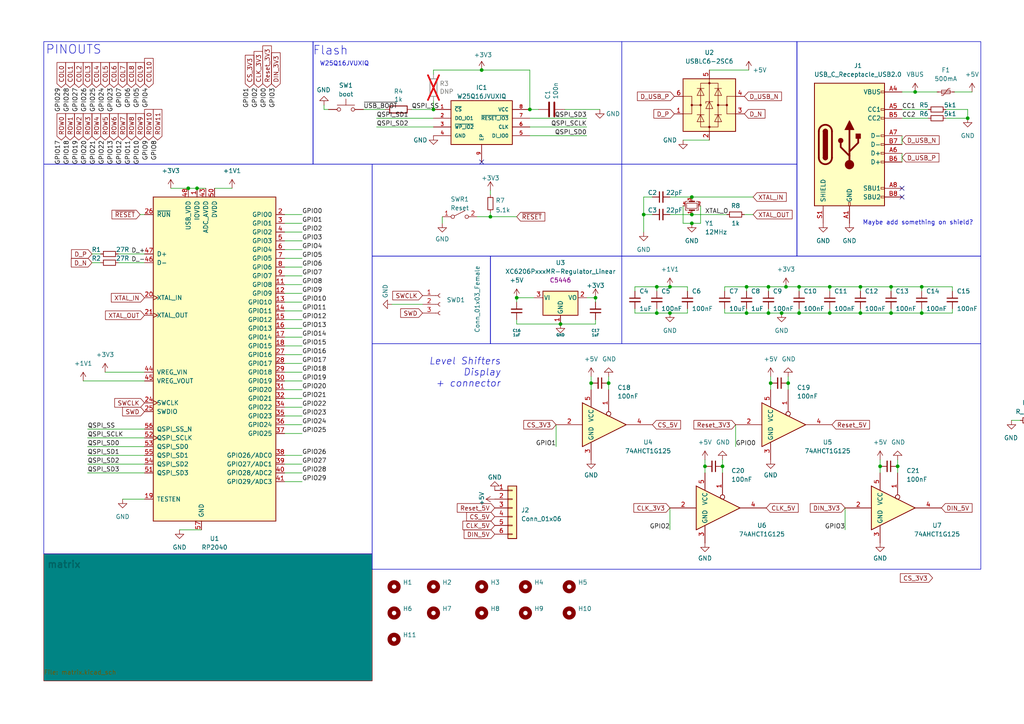
<source format=kicad_sch>
(kicad_sch (version 20231120) (generator "eeschema") (generator_version "8.0")
  (paper "A4")
  (junction (at 223.52 111.125))
  (junction (at 240.665 83.185))
  (junction (at 255.27 135.255))
  (junction (at 54.61 54.61))
  (junction (at 231.775 83.185))
  (junction (at 186.69 62.23))
  (junction (at 226.695 90.805))
  (junction (at 227.965 83.185))
  (junction (at 153.67 31.75))
  (junction (at 267.335 83.185))
  (junction (at 171.45 111.125))
  (junction (at 228.6 111.125))
  (junction (at 249.555 83.185))
  (junction (at 125.73 31.75))
  (junction (at 200.66 64.77))
  (junction (at 190.5 90.805))
  (junction (at 194.31 90.805))
  (junction (at 249.555 90.805))
  (junction (at 231.775 90.805))
  (junction (at 260.35 135.255))
  (junction (at 57.15 54.61))
  (junction (at 222.885 83.185))
  (junction (at 258.445 83.185))
  (junction (at 258.445 90.805))
  (junction (at 216.535 90.805))
  (junction (at 176.53 111.125))
  (junction (at 139.7 20.32))
  (junction (at 265.43 26.67))
  (junction (at 200.66 57.15))
  (junction (at 162.56 93.98) (diameter 0.9144))
  (junction (at 194.31 83.185))
  (junction (at 216.535 83.185))
  (junction (at 209.55 135.255))
  (junction (at 240.665 90.805))
  (junction (at 142.24 62.865))
  (junction (at 267.335 90.805))
  (junction (at 190.5 83.185))
  (junction (at 280.67 34.29))
  (junction (at 200.66 62.23))
  (junction (at 204.47 135.255))
  (junction (at 172.72 86.36) (diameter 0.9144))
  (junction (at 149.86 86.36) (diameter 0.9144))
  (junction (at 222.885 90.805))
  (no_connect (at 261.62 54.61))
  (no_connect (at 261.62 57.15))
  (no_connect (at 139.7 46.99))
  (wire (pts (xy 194.31 57.15) (xy 200.66 57.15)))
  (wire (pts (xy 261.62 31.75) (xy 269.24 31.75)))
  (wire (pts (xy 82.55 92.71) (xy 87.63 92.71)))
  (wire (pts (xy 240.665 83.185) (xy 240.665 84.455)))
  (wire (pts (xy 186.69 62.23) (xy 186.69 67.31)))
  (wire (pts (xy 153.67 20.32) (xy 153.67 31.75)))
  (wire (pts (xy 82.55 69.85) (xy 87.63 69.85)))
  (wire (pts (xy 171.45 111.125) (xy 171.45 113.03)))
  (wire (pts (xy 62.23 54.61) (xy 67.31 54.61)))
  (wire (pts (xy 184.15 83.185) (xy 184.15 84.455)))
  (wire (pts (xy 260.35 133.35) (xy 260.35 135.255)))
  (wire (pts (xy 82.55 64.77) (xy 87.63 64.77)))
  (wire (pts (xy 119.38 31.75) (xy 125.73 31.75)))
  (wire (pts (xy 210.185 83.185) (xy 216.535 83.185)))
  (wire (pts (xy 200.66 57.15) (xy 218.44 57.15)))
  (wire (pts (xy 261.62 44.45) (xy 261.62 46.99)))
  (wire (pts (xy 280.67 31.75) (xy 280.67 34.29)))
  (wire (pts (xy 149.86 86.36) (xy 154.94 86.36)))
  (wire (pts (xy 54.61 54.61) (xy 57.15 54.61)))
  (wire (pts (xy 203.2 64.77) (xy 200.66 64.77)))
  (wire (pts (xy 153.67 34.29) (xy 170.18 34.29)))
  (wire (pts (xy 142.24 55.245) (xy 142.24 56.515)))
  (wire (pts (xy 190.5 83.185) (xy 190.5 84.455)))
  (wire (pts (xy 125.73 20.32) (xy 139.7 20.32)))
  (wire (pts (xy 194.31 83.185) (xy 190.5 83.185)))
  (wire (pts (xy 125.73 20.32) (xy 125.73 21.59)))
  (wire (pts (xy 199.39 90.805) (xy 199.39 89.535)))
  (wire (pts (xy 82.55 82.55) (xy 87.63 82.55)))
  (wire (pts (xy 30.48 107.95) (xy 41.91 107.95)))
  (wire (pts (xy 190.5 83.185) (xy 184.15 83.185)))
  (wire (pts (xy 213.36 123.19) (xy 213.36 129.54)))
  (wire (pts (xy 173.99 31.75) (xy 163.83 31.75)))
  (wire (pts (xy 245.11 147.32) (xy 245.11 153.67)))
  (wire (pts (xy 149.86 92.71) (xy 149.86 93.98)))
  (wire (pts (xy 222.885 83.185) (xy 216.535 83.185)))
  (wire (pts (xy 170.18 36.83) (xy 153.67 36.83)))
  (wire (pts (xy 162.56 93.98) (xy 172.72 93.98)))
  (wire (pts (xy 162.56 93.98) (xy 149.86 93.98)))
  (wire (pts (xy 82.55 105.41) (xy 87.63 105.41)))
  (wire (pts (xy 258.445 83.185) (xy 258.445 84.455)))
  (wire (pts (xy 156.21 31.75) (xy 153.67 31.75)))
  (wire (pts (xy 210.185 90.805) (xy 216.535 90.805)))
  (wire (pts (xy 87.63 115.57) (xy 82.55 115.57)))
  (wire (pts (xy 209.55 133.35) (xy 209.55 135.255)))
  (wire (pts (xy 82.55 97.79) (xy 87.63 97.79)))
  (wire (pts (xy 190.5 89.535) (xy 190.5 90.805)))
  (wire (pts (xy 125.73 34.29) (xy 109.22 34.29)))
  (wire (pts (xy 226.695 90.805) (xy 231.775 90.805)))
  (wire (pts (xy 258.445 83.185) (xy 267.335 83.185)))
  (wire (pts (xy 249.555 83.185) (xy 258.445 83.185)))
  (wire (pts (xy 35.56 144.78) (xy 41.91 144.78)))
  (wire (pts (xy 25.4 124.46) (xy 41.91 124.46)))
  (wire (pts (xy 170.18 86.36) (xy 172.72 86.36)))
  (wire (pts (xy 139.7 20.32) (xy 153.67 20.32)))
  (wire (pts (xy 261.62 26.67) (xy 265.43 26.67)))
  (wire (pts (xy 209.55 135.255) (xy 209.55 137.16)))
  (wire (pts (xy 176.53 109.22) (xy 176.53 111.125)))
  (wire (pts (xy 255.27 135.255) (xy 255.27 137.16)))
  (wire (pts (xy 82.55 80.01) (xy 87.63 80.01)))
  (wire (pts (xy 311.15 129.54) (xy 311.15 127)))
  (wire (pts (xy 25.4 127) (xy 41.91 127)))
  (wire (pts (xy 87.63 125.73) (xy 82.55 125.73)))
  (wire (pts (xy 222.885 90.805) (xy 226.695 90.805)))
  (wire (pts (xy 293.37 121.92) (xy 295.91 121.92)))
  (wire (pts (xy 95.25 31.75) (xy 93.98 31.75)))
  (wire (pts (xy 194.31 90.805) (xy 199.39 90.805)))
  (wire (pts (xy 172.72 86.36) (xy 172.72 87.63)))
  (wire (pts (xy 276.225 90.805) (xy 276.225 89.535)))
  (wire (pts (xy 171.45 109.22) (xy 171.45 111.125)))
  (wire (pts (xy 153.67 39.37) (xy 170.18 39.37)))
  (wire (pts (xy 228.6 109.22) (xy 228.6 111.125)))
  (wire (pts (xy 198.12 64.77) (xy 200.66 64.77)))
  (wire (pts (xy 125.73 29.21) (xy 125.73 31.75)))
  (wire (pts (xy 198.12 40.64) (xy 205.74 40.64)))
  (wire (pts (xy 231.775 83.185) (xy 240.665 83.185)))
  (wire (pts (xy 200.66 62.23) (xy 210.82 62.23)))
  (wire (pts (xy 274.32 31.75) (xy 280.67 31.75)))
  (wire (pts (xy 210.185 84.455) (xy 210.185 83.185)))
  (wire (pts (xy 41.91 137.16) (xy 25.4 137.16)))
  (wire (pts (xy 223.52 109.22) (xy 223.52 111.125)))
  (wire (pts (xy 34.29 76.2) (xy 41.91 76.2)))
  (wire (pts (xy 82.55 100.33) (xy 87.63 100.33)))
  (wire (pts (xy 194.31 62.23) (xy 200.66 62.23)))
  (wire (pts (xy 231.775 90.805) (xy 240.665 90.805)))
  (wire (pts (xy 255.27 133.35) (xy 255.27 135.255)))
  (wire (pts (xy 186.69 57.15) (xy 186.69 62.23)))
  (wire (pts (xy 267.335 83.185) (xy 276.225 83.185)))
  (wire (pts (xy 87.63 137.16) (xy 82.55 137.16)))
  (wire (pts (xy 267.335 90.805) (xy 276.225 90.805)))
  (wire (pts (xy 194.31 147.32) (xy 194.31 153.67)))
  (wire (pts (xy 205.74 20.32) (xy 217.17 20.32)))
  (wire (pts (xy 87.63 132.08) (xy 82.55 132.08)))
  (wire (pts (xy 204.47 135.255) (xy 204.47 137.16)))
  (wire (pts (xy 49.53 54.61) (xy 54.61 54.61)))
  (wire (pts (xy 82.55 87.63) (xy 87.63 87.63)))
  (wire (pts (xy 41.91 132.08) (xy 25.4 132.08)))
  (wire (pts (xy 198.12 59.69) (xy 198.12 64.77)))
  (wire (pts (xy 128.27 64.77) (xy 128.27 62.865)))
  (wire (pts (xy 26.67 76.2) (xy 29.21 76.2)))
  (wire (pts (xy 267.335 83.185) (xy 267.335 84.455)))
  (wire (pts (xy 249.555 83.185) (xy 249.555 84.455)))
  (wire (pts (xy 82.55 102.87) (xy 87.63 102.87)))
  (wire (pts (xy 87.63 139.7) (xy 82.55 139.7)))
  (wire (pts (xy 300.99 121.92) (xy 303.53 121.92)))
  (wire (pts (xy 82.55 95.25) (xy 87.63 95.25)))
  (wire (pts (xy 82.55 67.31) (xy 87.63 67.31)))
  (wire (pts (xy 149.86 86.36) (xy 149.86 87.63)))
  (wire (pts (xy 111.76 31.75) (xy 105.41 31.75)))
  (wire (pts (xy 240.665 90.805) (xy 249.555 90.805)))
  (wire (pts (xy 41.91 110.49) (xy 24.13 110.49)))
  (wire (pts (xy 57.15 54.61) (xy 59.69 54.61)))
  (wire (pts (xy 34.29 73.66) (xy 41.91 73.66)))
  (wire (pts (xy 125.73 36.83) (xy 109.22 36.83)))
  (wire (pts (xy 87.63 120.65) (xy 82.55 120.65)))
  (wire (pts (xy 227.965 83.185) (xy 231.775 83.185)))
  (wire (pts (xy 222.885 83.185) (xy 227.965 83.185)))
  (wire (pts (xy 87.63 118.11) (xy 82.55 118.11)))
  (wire (pts (xy 138.43 62.865) (xy 142.24 62.865)))
  (wire (pts (xy 82.55 74.93) (xy 87.63 74.93)))
  (wire (pts (xy 189.23 57.15) (xy 186.69 57.15)))
  (wire (pts (xy 265.43 26.67) (xy 271.78 26.67)))
  (wire (pts (xy 26.67 73.66) (xy 29.21 73.66)))
  (wire (pts (xy 258.445 89.535) (xy 258.445 90.805)))
  (wire (pts (xy 194.31 83.185) (xy 199.39 83.185)))
  (wire (pts (xy 311.15 114.3) (xy 311.15 116.84)))
  (wire (pts (xy 240.665 83.185) (xy 249.555 83.185)))
  (wire (pts (xy 222.885 83.185) (xy 222.885 84.455)))
  (wire (pts (xy 113.665 88.265) (xy 122.555 88.265)))
  (wire (pts (xy 87.63 134.62) (xy 82.55 134.62)))
  (wire (pts (xy 142.24 61.595) (xy 142.24 62.865)))
  (wire (pts (xy 216.535 89.535) (xy 216.535 90.805)))
  (wire (pts (xy 82.55 110.49) (xy 87.63 110.49)))
  (wire (pts (xy 82.55 72.39) (xy 87.63 72.39)))
  (wire (pts (xy 204.47 133.35) (xy 204.47 135.255)))
  (wire (pts (xy 52.07 153.67) (xy 58.42 153.67)))
  (wire (pts (xy 199.39 83.185) (xy 199.39 84.455)))
  (wire (pts (xy 240.665 90.805) (xy 240.665 89.535)))
  (wire (pts (xy 186.69 62.23) (xy 189.23 62.23)))
  (wire (pts (xy 82.55 77.47) (xy 87.63 77.47)))
  (wire (pts (xy 190.5 90.805) (xy 194.31 90.805)))
  (wire (pts (xy 87.63 123.19) (xy 82.55 123.19)))
  (wire (pts (xy 184.15 89.535) (xy 184.15 90.805)))
  (wire (pts (xy 215.9 62.23) (xy 218.44 62.23)))
  (wire (pts (xy 82.55 90.17) (xy 87.63 90.17)))
  (wire (pts (xy 261.62 39.37) (xy 261.62 41.91)))
  (wire (pts (xy 161.29 123.19) (xy 161.29 129.54)))
  (wire (pts (xy 203.2 59.69) (xy 203.2 64.77)))
  (wire (pts (xy 249.555 89.535) (xy 249.555 90.805)))
  (wire (pts (xy 267.335 90.805) (xy 267.335 89.535)))
  (wire (pts (xy 172.72 92.71) (xy 172.72 93.98)))
  (wire (pts (xy 216.535 90.805) (xy 222.885 90.805)))
  (wire (pts (xy 184.15 90.805) (xy 190.5 90.805)))
  (wire (pts (xy 231.775 90.805) (xy 231.775 89.535)))
  (wire (pts (xy 82.55 107.95) (xy 87.63 107.95)))
  (wire (pts (xy 82.55 62.23) (xy 87.63 62.23)))
  (wire (pts (xy 249.555 90.805) (xy 258.445 90.805)))
  (wire (pts (xy 142.24 62.865) (xy 149.86 62.865)))
  (wire (pts (xy 258.445 90.805) (xy 267.335 90.805)))
  (wire (pts (xy 276.86 26.67) (xy 281.94 26.67)))
  (wire (pts (xy 261.62 34.29) (xy 269.24 34.29)))
  (wire (pts (xy 93.98 31.75) (xy 93.98 30.48)))
  (wire (pts (xy 260.35 135.255) (xy 260.35 137.16)))
  (wire (pts (xy 41.91 134.62) (xy 25.4 134.62)))
  (wire (pts (xy 216.535 83.185) (xy 216.535 84.455)))
  (wire (pts (xy 41.91 129.54) (xy 25.4 129.54)))
  (wire (pts (xy 210.185 89.535) (xy 210.185 90.805)))
  (wire (pts (xy 274.32 34.29) (xy 280.67 34.29)))
  (wire (pts (xy 222.885 89.535) (xy 222.885 90.805)))
  (wire (pts (xy 87.63 113.03) (xy 82.55 113.03)))
  (wire (pts (xy 176.53 111.125) (xy 176.53 113.03)))
  (wire (pts (xy 40.64 62.23) (xy 41.91 62.23)))
  (wire (pts (xy 223.52 111.125) (xy 223.52 113.03)))
  (wire (pts (xy 276.225 83.185) (xy 276.225 84.455)))
  (wire (pts (xy 82.55 85.09) (xy 87.63 85.09)))
  (wire (pts (xy 228.6 111.125) (xy 228.6 113.03)))
  (wire (pts (xy 231.775 83.185) (xy 231.775 84.455)))
  (rectangle (start 12.7 47.625) (end 107.95 160.655))
  (rectangle (start 180.34 47.625) (end 231.14 74.295))
  (rectangle (start 90.805 12.065) (end 180.34 47.625))
  (rectangle (start 107.95 47.625) (end 180.34 74.295))
  (rectangle (start 180.34 12.065) (end 231.14 47.625))
  (rectangle (start 231.14 12.065) (end 284.48 74.295))
  (rectangle (start 12.7 12.065) (end 90.805 47.625))
  (rectangle (start 142.24 74.295) (end 180.34 99.695))
  (rectangle (start 180.34 74.295) (end 284.48 99.695))
  (rectangle (start 107.95 99.695) (end 284.48 165.1))
  (rectangle (start 107.95 74.295) (end 142.24 99.695))
  (text "Flash" (at 90.678 16.256 0) (effects (font (size 2.54 2.54)) (justify left bottom)))
  (text "W25Q16JVUXIQ" (at 92.71 19.304 0) (effects (font (size 1.27 1.27)) (justify left bottom)))
  (text "Level Shifters\nDisplay\n+ connector" (at 145.288 112.522 0) (effects (font (size 2 2) (italic yes)) (justify right bottom)))
  (text "PINOUTS" (at 13.208 16.002 0) (effects (font (size 2.54 2.54)) (justify left bottom)))
  (text "Maybe add something on shield?" (at 250.19 65.405 0) (effects (font (size 1.27 1.27)) (justify left bottom)))
  (label "GPIO29" (at 87.63 139.7 0))
  (label "GPIO12" (at 87.63 92.71 0))
  (label "GPIO14" (at 87.63 97.79 0))
  (label "GPIO9" (at 87.63 85.09 0))
  (label "GPIO25" (at 87.63 125.73 0))
  (label "GPIO26" (at 87.63 132.08 0))
  (label "GPIO8" (at 45.72 40.64 270))
  (label "GPIO12" (at 35.56 40.64 270))
  (label "QSPI_SS" (at 25.4 124.46 0))
  (label "GPIO21" (at 87.63 115.57 0))
  (label "GPIO26" (at 25.4 25.4 270))
  (label "CC1" (at 261.62 31.75 0))
  (label "~{USB_BOOT}" (at 105.41 31.75 0))
  (label "QSPI_SD3" (at 170.18 34.29 180))
  (label "GPIO3" (at 80.01 25.4 270))
  (label "GPIO9" (at 43.18 40.64 270))
  (label "GPIO13" (at 33.02 40.64 270))
  (label "GPIO11" (at 38.1 40.64 270))
  (label "GPIO22" (at 30.48 40.64 270))
  (label "GPIO2" (at 87.63 67.31 0))
  (label "QSPI_SD1" (at 25.4 132.08 0))
  (label "QSPI_SCLK" (at 170.18 36.83 180))
  (label "GPIO17" (at 17.78 40.64 270))
  (label "GPIO19" (at 87.63 110.49 0))
  (label "GPIO13" (at 87.63 95.25 0))
  (label "D_+" (at 38.1 73.66 0))
  (label "GPIO7" (at 35.56 25.4 270))
  (label "GPIO1" (at 161.29 129.54 180))
  (label "GPIO27" (at 22.86 25.4 270))
  (label "GPIO20" (at 25.4 40.64 270))
  (label "QSPI_SD3" (at 25.4 137.16 0))
  (label "GPIO8" (at 87.63 82.55 0))
  (label "GPIO6" (at 87.63 77.47 0))
  (label "GPIO27" (at 87.63 134.62 0))
  (label "GPIO1" (at 87.63 64.77 0))
  (label "GPIO16" (at 87.63 102.87 0))
  (label "GPIO25" (at 27.94 25.4 270))
  (label "GPIO3" (at 87.63 69.85 0))
  (label "GPIO0" (at 77.47 25.4 270))
  (label "GPIO5" (at 40.64 25.4 270))
  (label "GPIO18" (at 87.63 107.95 0))
  (label "GPIO20" (at 87.63 113.03 0))
  (label "GPIO28" (at 87.63 137.16 0))
  (label "GPIO29" (at 17.78 25.4 270))
  (label "QSPI_SD2" (at 109.22 36.83 0))
  (label "D_-" (at 38.1 76.2 0))
  (label "QSPI_SD0" (at 170.18 39.37 180))
  (label "GPIO2" (at 74.93 25.4 270))
  (label "GPIO22" (at 87.63 118.11 0))
  (label "GPIO10" (at 87.63 87.63 0))
  (label "GPIO0" (at 87.63 62.23 0))
  (label "QSPI_SCLK" (at 25.4 127 0))
  (label "GPIO24" (at 30.48 25.4 270))
  (label "GPIO6" (at 38.1 25.4 270))
  (label "GPIO15" (at 87.63 100.33 0))
  (label "GPIO18" (at 20.32 40.64 270))
  (label "XTAL_O" (at 204.47 62.23 0))
  (label "GPIO2" (at 194.31 153.67 180))
  (label "CC2" (at 261.62 34.29 0))
  (label "QSPI_SD2" (at 25.4 134.62 0))
  (label "QSPI_SD0" (at 25.4 129.54 0))
  (label "GPIO7" (at 87.63 80.01 0))
  (label "GPIO0" (at 213.36 129.54 0))
  (label "GPIO24" (at 87.63 123.19 0))
  (label "GPIO1" (at 72.39 25.4 270))
  (label "GPIO4" (at 43.18 25.4 270))
  (label "GPIO17" (at 87.63 105.41 0))
  (label "GPIO3" (at 245.11 153.67 180))
  (label "GPIO5" (at 87.63 74.93 0))
  (label "GPIO10" (at 40.64 40.64 270))
  (label "GPIO28" (at 20.32 25.4 270))
  (label "GPIO23" (at 87.63 120.65 0))
  (label "GPIO23" (at 33.02 25.4 270))
  (label "GPIO21" (at 27.94 40.64 270))
  (label "QSPI_SD1" (at 109.22 34.29 0))
  (label "GPIO4" (at 87.63 72.39 0))
  (label "GPIO19" (at 22.86 40.64 270))
  (label "QSPI_SS" (at 119.38 31.75 0))
  (label "GPIO11" (at 87.63 90.17 0))
  (global_label "XTAL_OUT" (shape input) (at 218.44 62.23 0) (property "Intersheetrefs" "${INTERSHEET_REFS}" (effects (hide yes))))
  (global_label "D_USB_P" (shape input) (at 261.62 45.72 0) (property "Intersheetrefs" "${INTERSHEET_REFS}" (effects (hide yes))))
  (global_label "ROW0" (shape input) (at 17.78 40.64 90) (property "Intersheetrefs" "${INTERSHEET_REFS}" (effects (hide yes))))
  (global_label "CLK_5V" (shape input) (at 143.51 152.4 180) (property "Intersheetrefs" "${INTERSHEET_REFS}" (effects (hide yes))))
  (global_label "CS_3V3" (shape input) (at 311.15 129.54 270) (property "Intersheetrefs" "${INTERSHEET_REFS}" (effects (hide yes))))
  (global_label "COL9" (shape input) (at 40.64 25.4 90) (property "Intersheetrefs" "${INTERSHEET_REFS}" (effects (hide yes))))
  (global_label "XTAL_IN" (shape input) (at 41.91 86.36 180) (property "Intersheetrefs" "${INTERSHEET_REFS}" (effects (hide yes))))
  (global_label "ROW10" (shape input) (at 43.18 40.64 90) (property "Intersheetrefs" "${INTERSHEET_REFS}" (effects (hide yes))))
  (global_label "COL0" (shape input) (at 17.78 25.4 90) (property "Intersheetrefs" "${INTERSHEET_REFS}" (effects (hide yes))))
  (global_label "Reset_5V" (shape input) (at 241.3 123.19 0) (property "Intersheetrefs" "${INTERSHEET_REFS}" (effects (hide yes))))
  (global_label "CLK_5V" (shape input) (at 222.25 147.32 0) (property "Intersheetrefs" "${INTERSHEET_REFS}" (effects (hide yes))))
  (global_label "COL3" (shape input) (at 25.4 25.4 90) (property "Intersheetrefs" "${INTERSHEET_REFS}" (effects (hide yes))))
  (global_label "ROW11" (shape input) (at 45.72 40.64 90) (property "Intersheetrefs" "${INTERSHEET_REFS}" (effects (hide yes))))
  (global_label "ROW8" (shape input) (at 38.1 40.64 90) (property "Intersheetrefs" "${INTERSHEET_REFS}" (effects (hide yes))))
  (global_label "Reset_3V3" (shape input) (at 77.47 25.4 90) (property "Intersheetrefs" "${INTERSHEET_REFS}" (effects (hide yes))))
  (global_label "DIN_3V3" (shape input) (at 80.01 25.4 90) (property "Intersheetrefs" "${INTERSHEET_REFS}" (effects (hide yes))))
  (global_label "D_USB_P" (shape input) (at 195.58 27.94 180) (property "Intersheetrefs" "${INTERSHEET_REFS}" (effects (hide yes))))
  (global_label "COL1" (shape input) (at 20.32 25.4 90) (property "Intersheetrefs" "${INTERSHEET_REFS}" (effects (hide yes))))
  (global_label "CS_5V" (shape input) (at 143.51 149.86 180) (property "Intersheetrefs" "${INTERSHEET_REFS}" (effects (hide yes))))
  (global_label "D_P" (shape input) (at 26.67 73.66 180) (property "Intersheetrefs" "${INTERSHEET_REFS}" (effects (hide yes))))
  (global_label "COL2" (shape input) (at 22.86 25.4 90) (property "Intersheetrefs" "${INTERSHEET_REFS}" (effects (hide yes))))
  (global_label "ROW3" (shape input) (at 25.4 40.64 90) (property "Intersheetrefs" "${INTERSHEET_REFS}" (effects (hide yes))))
  (global_label "D_N" (shape input) (at 26.67 76.2 180) (property "Intersheetrefs" "${INTERSHEET_REFS}" (effects (hide yes))))
  (global_label "Reset_3V3" (shape input) (at 213.36 123.19 180) (property "Intersheetrefs" "${INTERSHEET_REFS}" (effects (hide yes))))
  (global_label "COL4" (shape input) (at 27.94 25.4 90) (property "Intersheetrefs" "${INTERSHEET_REFS}" (effects (hide yes))))
  (global_label "CLK_3V3" (shape input) (at 74.93 25.4 90) (property "Intersheetrefs" "${INTERSHEET_REFS}" (effects (hide yes))))
  (global_label "COL7" (shape input) (at 35.56 25.4 90) (property "Intersheetrefs" "${INTERSHEET_REFS}" (effects (hide yes))))
  (global_label "XTAL_OUT" (shape input) (at 41.91 91.44 180) (property "Intersheetrefs" "${INTERSHEET_REFS}" (effects (hide yes))))
  (global_label "COL6" (shape input) (at 33.02 25.4 90) (property "Intersheetrefs" "${INTERSHEET_REFS}" (effects (hide yes))))
  (global_label "CS_3V3" (shape input) (at 270.51 167.64 180) (property "Intersheetrefs" "${INTERSHEET_REFS}" (effects (hide yes))))
  (global_label "DIN_5V" (shape input) (at 273.05 147.32 0) (property "Intersheetrefs" "${INTERSHEET_REFS}" (effects (hide yes))))
  (global_label "CS_3V3" (shape input) (at 161.29 123.19 180) (property "Intersheetrefs" "${INTERSHEET_REFS}" (effects (hide yes))))
  (global_label "COL10" (shape input) (at 43.18 25.4 90) (property "Intersheetrefs" "${INTERSHEET_REFS}" (effects (hide yes))))
  (global_label "SWD" (shape input) (at 122.555 90.805 180) (property "Intersheetrefs" "${INTERSHEET_REFS}" (effects (hide yes))))
  (global_label "D_USB_N" (shape input) (at 215.9 27.94 0) (property "Intersheetrefs" "${INTERSHEET_REFS}" (effects (hide yes))))
  (global_label "SWD" (shape input) (at 41.91 119.38 180) (property "Intersheetrefs" "${INTERSHEET_REFS}" (effects (hide yes))))
  (global_label "COL8" (shape input) (at 38.1 25.4 90) (property "Intersheetrefs" "${INTERSHEET_REFS}" (effects (hide yes))))
  (global_label "~{RESET}" (shape input) (at 40.64 62.23 180) (property "Intersheetrefs" "${INTERSHEET_REFS}" (effects (hide yes))))
  (global_label "D_P" (shape input) (at 195.58 33.02 180) (property "Intersheetrefs" "${INTERSHEET_REFS}" (effects (hide yes))))
  (global_label "SWCLK" (shape input) (at 41.91 116.84 180) (property "Intersheetrefs" "${INTERSHEET_REFS}" (effects (hide yes))))
  (global_label "DIN_3V3" (shape input) (at 245.11 147.32 180) (property "Intersheetrefs" "${INTERSHEET_REFS}" (effects (hide yes))))
  (global_label "ROW6" (shape input) (at 33.02 40.64 90) (property "Intersheetrefs" "${INTERSHEET_REFS}" (effects (hide yes))))
  (global_label "Reset_5V" (shape input) (at 143.51 147.32 180) (property "Intersheetrefs" "${INTERSHEET_REFS}" (effects (hide yes))))
  (global_label "CS_5V" (shape input) (at 311.15 114.3 90) (property "Intersheetrefs" "${INTERSHEET_REFS}" (effects (hide yes))))
  (global_label "CS_5V" (shape input) (at 189.23 123.19 0) (property "Intersheetrefs" "${INTERSHEET_REFS}" (effects (hide yes))))
  (global_label "D_USB_N" (shape input) (at 261.62 40.64 0) (property "Intersheetrefs" "${INTERSHEET_REFS}" (effects (hide yes))))
  (global_label "DIN_5V" (shape input) (at 143.51 154.94 180) (property "Intersheetrefs" "${INTERSHEET_REFS}" (effects (hide yes))))
  (global_label "XTAL_IN" (shape input) (at 218.44 57.15 0) (property "Intersheetrefs" "${INTERSHEET_REFS}" (effects (hide yes))))
  (global_label "ROW2" (shape input) (at 22.86 40.64 90) (property "Intersheetrefs" "${INTERSHEET_REFS}" (effects (hide yes))))
  (global_label "ROW1" (shape input) (at 20.32 40.64 90) (property "Intersheetrefs" "${INTERSHEET_REFS}" (effects (hide yes))))
  (global_label "ROW4" (shape input) (at 27.94 40.64 90) (property "Intersheetrefs" "${INTERSHEET_REFS}" (effects (hide yes))))
  (global_label "D_N" (shape input) (at 215.9 33.02 0) (property "Intersheetrefs" "${INTERSHEET_REFS}" (effects (hide yes))))
  (global_label "ROW7" (shape input) (at 35.56 40.64 90) (property "Intersheetrefs" "${INTERSHEET_REFS}" (effects (hide yes))))
  (global_label "~{RESET}" (shape input) (at 149.86 62.865 0) (property "Intersheetrefs" "${INTERSHEET_REFS}" (effects (hide yes))))
  (global_label "SWCLK" (shape input) (at 122.555 85.725 180) (property "Intersheetrefs" "${INTERSHEET_REFS}" (effects (hide yes))))
  (global_label "COL5" (shape input) (at 30.48 25.4 90) (property "Intersheetrefs" "${INTERSHEET_REFS}" (effects (hide yes))))
  (global_label "ROW5" (shape input) (at 30.48 40.64 90) (property "Intersheetrefs" "${INTERSHEET_REFS}" (effects (hide yes))))
  (global_label "CS_3V3" (shape input) (at 72.39 25.4 90) (property "Intersheetrefs" "${INTERSHEET_REFS}" (effects (hide yes))))
  (global_label "CLK_3V3" (shape input) (at 194.31 147.32 180) (property "Intersheetrefs" "${INTERSHEET_REFS}" (effects (hide yes))))
  (global_label "ROW9" (shape input) (at 40.64 40.64 90) (property "Intersheetrefs" "${INTERSHEET_REFS}" (effects (hide yes))))
  (symbol (lib_id "power:GND") (at 198.12 40.64 0) (unit 1)
    (property "Reference" "#PWR015" (effects (hide yes)))
    (property "Value" "GND" (at 194.31 40.64 0))
  )
  (symbol (lib_id "74xGxx:74AHCT1G125") (at 209.55 147.32 0) (unit 1)
    (property "Reference" "U6" (at 220.98 152.4 0))
    (property "Value" "74AHCT1G125" (at 220.98 154.94 0))
    (property "Footprint" "Package_TO_SOT_SMD:TSOT-23-5" (effects (hide yes)))
    (property "Datasheet" "http://www.ti.com/lit/sg/scyt129e/scyt129e.pdf" (effects (hide yes)))
  )
  (symbol (lib_id "power:GND") (at 171.45 133.35 0) (unit 1)
    (property "Reference" "#PWR036" (effects (hide yes)))
    (property "Value" "GND" (at 171.45 137.795 0))
  )
  (symbol (lib_id "Device:C_Small") (at 191.77 62.23 90) (unit 1)
    (property "Reference" "C3" (at 189.23 60.96 90))
    (property "Value" "22pF" (at 195.58 60.96 90))
    (property "Footprint" "Capacitor_SMD:C_0402_1005Metric" (effects (hide yes)))
    (property "LCSC" "C1555" (effects (hide yes)))
  )
  (symbol (lib_id "power:GND") (at 35.56 144.78 0) (unit 1)
    (property "Reference" "#PWR05" (effects (hide yes)))
    (property "Value" "GND" (at 35.56 149.86 0))
  )
  (symbol (lib_id "power:+5V") (at 255.27 133.35 0) (unit 1)
    (property "Reference" "#PWR040" (effects (hide yes)))
    (property "Value" "+5V" (at 255.27 128.27 0))
  )
  (symbol (lib_id "power:GND") (at 209.55 133.35 180) (unit 1)
    (property "Reference" "#PWR039" (effects (hide yes)))
    (property "Value" "GND" (at 207.645 128.27 0) (effects (justify right)))
  )
  (symbol (lib_id "power:GND") (at 200.66 64.77 0) (unit 1)
    (property "Reference" "#PWR017" (effects (hide yes)))
    (property "Value" "GND" (at 200.66 69.85 0))
  )
  (symbol (lib_id "Mechanical:MountingHole") (at 165.1 170.18 0) (unit 1) (exclude_from_sim yes) (in_bom no)
    (property "Reference" "H5" (at 167.64 168.9099 0) (effects (justify left)))
    (property "Value" "MountingHole" (effects (hide yes)))
    (property "Footprint" "MountingHole:MountingHole_2.2mm_M2_DIN965_Pad" (effects (hide yes)))
    (property "Description" "Mounting Hole without connection" (effects (hide yes)))
  )
  (symbol (lib_name "GND_1") (lib_id "power:GND") (at 143.51 142.24 180) (unit 1)
    (property "Reference" "#PWR034" (effects (hide yes)))
    (property "Value" "GND" (at 143.51 138.43 0))
  )
  (symbol (lib_id "power:+5V") (at 217.17 20.32 0) (unit 1)
    (property "Reference" "#PWR08" (effects (hide yes)))
    (property "Value" "+5V" (at 220.345 20.32 0))
  )
  (symbol (lib_id "Mechanical:MountingHole") (at 114.3 170.18 0) (unit 1) (exclude_from_sim yes) (in_bom no)
    (property "Reference" "H1" (at 116.84 168.9099 0) (effects (justify left)))
    (property "Value" "MountingHole" (effects (hide yes)))
    (property "Footprint" "MountingHole:MountingHole_2.2mm_M2_DIN965_Pad" (effects (hide yes)))
    (property "Description" "Mounting Hole without connection" (effects (hide yes)))
  )
  (symbol (lib_id "74xGxx:74AHCT1G125") (at 228.6 123.19 0) (unit 1)
    (property "Reference" "U5" (at 240.03 128.27 0))
    (property "Value" "74AHCT1G125" (at 240.03 130.81 0))
    (property "Footprint" "Package_TO_SOT_SMD:TSOT-23-5" (effects (hide yes)))
    (property "Datasheet" "http://www.ti.com/lit/sg/scyt129e/scyt129e.pdf" (effects (hide yes)))
  )
  (symbol (lib_id "Device:R_Small") (at 271.78 34.29 90) (unit 1)
    (property "Reference" "R6" (at 267.97 33.02 90))
    (property "Value" "5k1" (at 275.59 33.02 90))
    (property "Footprint" "Resistor_SMD:R_0402_1005Metric" (effects (hide yes)))
    (property "LCSC" "C25905" (effects (hide yes)))
  )
  (symbol (lib_id "Device:C") (at 160.02 31.75 90) (unit 1)
    (property "Reference" "C1" (at 158.8516 28.829 0) (effects (justify left)))
    (property "Value" "100n" (at 161.163 28.829 0) (effects (justify left)))
    (property "Footprint" "Capacitor_SMD:C_0402_1005Metric" (effects (hide yes)))
    (property "LCSC" "C1525" (effects (hide yes)))
  )
  (symbol (lib_id "power:+5V") (at 281.94 26.67 0) (unit 1)
    (property "Reference" "#PWR010" (effects (hide yes)))
    (property "Value" "+5V" (at 281.94 21.59 0))
  )
  (symbol (lib_id "power:GND") (at 204.47 157.48 0) (unit 1)
    (property "Reference" "#PWR042" (effects (hide yes)))
    (property "Value" "GND" (at 204.47 161.925 0))
  )
  (symbol (lib_id "power:+3V3") (at 49.53 54.61 0) (unit 1)
    (property "Reference" "#PWR01" (effects (hide yes)))
    (property "Value" "+3V3" (at 49.53 49.53 0))
  )
  (symbol (lib_id "power:+3V3") (at 30.48 107.95 0) (unit 1)
    (property "Reference" "#PWR03" (effects (hide yes)))
    (property "Value" "+3V3" (at 30.48 102.87 0))
  )
  (symbol (lib_id "power:+1V1") (at 24.13 110.49 0) (unit 1)
    (property "Reference" "#PWR04" (effects (hide yes)))
    (property "Value" "+1V1" (at 24.13 105.41 0))
  )
  (symbol (lib_id "Device:C_Small") (at 226.06 111.125 270) (unit 1)
    (property "Reference" "C19" (at 231.14 112.4012 90) (effects (justify left)))
    (property "Value" "100nF" (at 231.14 114.935 90) (effects (justify left)))
    (property "Footprint" "Capacitor_SMD:C_0402_1005Metric" (effects (hide yes)))
  )
  (symbol (lib_id "power:+1V1") (at 194.31 83.185 0) (unit 1)
    (property "Reference" "#PWR022" (effects (hide yes)))
    (property "Value" "+1V1" (at 194.31 78.105 0))
  )
  (symbol (lib_id "Mechanical:MountingHole") (at 139.7 177.8 0) (unit 1) (exclude_from_sim yes) (in_bom no)
    (property "Reference" "H8" (at 142.24 176.5299 0) (effects (justify left)))
    (property "Value" "MountingHole" (effects (hide yes)))
    (property "Footprint" "MountingHole:MountingHole_2.2mm_M2_DIN965_Pad" (effects (hide yes)))
    (property "Description" "Mounting Hole without connection" (effects (hide yes)))
  )
  (symbol (lib_id "power:+1V1") (at 67.31 54.61 0) (unit 1)
    (property "Reference" "#PWR02" (effects (hide yes)))
    (property "Value" "+1V1" (at 67.31 49.53 0))
  )
  (symbol (lib_id "Device:C_Small") (at 267.335 86.995 0) (unit 1)
    (property "Reference" "C14" (at 268.605 84.4549 0) (effects (justify left)))
    (property "Value" "100nF" (at 268.605 89.5349 0) (effects (justify left)))
    (property "Footprint" "Capacitor_SMD:C_0402_1005Metric" (effects (hide yes)))
    (property "LCSC" "C1525" (effects (hide yes)))
  )
  (symbol (lib_id "power:+5V") (at 149.86 86.36 0) (unit 1)
    (property "Reference" "#PWR024" (effects (hide yes)))
    (property "Value" "+5V" (at 149.86 81.28 0))
  )
  (symbol (lib_id "Mechanical:MountingHole") (at 139.7 170.18 0) (unit 1) (exclude_from_sim yes) (in_bom no)
    (property "Reference" "H3" (at 142.24 168.9099 0) (effects (justify left)))
    (property "Value" "MountingHole" (effects (hide yes)))
    (property "Footprint" "MountingHole:MountingHole_2.2mm_M2_DIN965_Pad" (effects (hide yes)))
    (property "Description" "Mounting Hole without connection" (effects (hide yes)))
  )
  (symbol (lib_id "Device:C_Small") (at 210.185 86.995 0) (unit 1)
    (property "Reference" "C7" (at 211.455 84.4549 0) (effects (justify left)))
    (property "Value" "10uF" (at 211.455 89.5349 0) (effects (justify left)))
    (property "Footprint" "Capacitor_SMD:C_0402_1005Metric" (effects (hide yes)))
    (property "LCSC" "C15525" (effects (hide yes)))
  )
  (symbol (lib_id "power:GND") (at 226.695 90.805 0) (unit 1)
    (property "Reference" "#PWR028" (effects (hide yes)))
    (property "Value" "GND" (at 226.695 95.885 0))
  )
  (symbol (lib_id "power:+5V") (at 223.52 109.22 0) (unit 1)
    (property "Reference" "#PWR032" (effects (hide yes)))
    (property "Value" "+5V" (at 223.52 104.14 0))
  )
  (symbol (lib_id "Device:C_Small") (at 199.39 86.995 0) (unit 1)
    (property "Reference" "C6" (at 200.66 84.4549 0) (effects (justify left)))
    (property "Value" "100nF" (at 200.66 89.5349 0) (effects (justify left)))
    (property "Footprint" "Capacitor_SMD:C_0402_1005Metric" (effects (hide yes)))
    (property "LCSC" "C1525" (effects (hide yes)))
  )
  (symbol (lib_id "power:+5V") (at 143.51 144.78 90) (unit 1)
    (property "Reference" "#PWR035" (effects (hide yes)))
    (property "Value" "+5V" (at 139.7 146.685 0) (effects (justify left)))
  )
  (symbol (lib_id "Device:Polyfuse_Small") (at 274.32 26.67 90) (unit 1)
    (property "Reference" "F1" (at 274.32 20.32 90))
    (property "Value" "500mA" (at 274.32 22.86 90))
    (property "Footprint" "Fuse:Fuse_1206_3216Metric" (effects (hide yes)))
    (property "LCSC" "C70076" (effects (hide yes)))
  )
  (symbol (lib_id "Power_Protection:USBLC6-2SC6") (at 205.74 30.48 0) (unit 1)
    (property "Reference" "U2" (at 205.74 15.24 0))
    (property "Value" "USBLC6-2SC6" (at 205.74 17.78 0))
    (property "Footprint" "Package_TO_SOT_SMD:SOT-23-6" (effects (hide yes)))
    (property "Datasheet" "https://www.st.com/resource/en/datasheet/usblc6-2.pdf" (effects (hide yes)))
    (property "LCSC" "C2827654" (effects (hide yes)))
  )
  (symbol (lib_id "power:+3V3") (at 227.965 83.185 0) (unit 1)
    (property "Reference" "#PWR023" (effects (hide yes)))
    (property "Value" "+3V3" (at 227.965 78.105 0))
  )
  (symbol (lib_id "Switch:SW_Push") (at 100.33 31.75 0) (unit 1)
    (property "Reference" "SW1" (at 100.33 24.765 0))
    (property "Value" "boot" (at 100.33 27.305 0))
    (property "Footprint" "Button_Switch_SMD:SW_SPST_TL3342" (effects (hide yes)))
    (property "Datasheet" "https://datasheet.lcsc.com/lcsc/1811051111_ALPSALPINE-SKQGABE010_C115351.pdf" (effects (hide yes)))
    (property "LCSC Part" "C115351" (effects (hide yes)))
    (property "LCSC" "C115351" (effects (hide yes)))
  )
  (symbol (lib_id "power:GND") (at 194.31 90.805 0) (unit 1)
    (property "Reference" "#PWR027" (effects (hide yes)))
    (property "Value" "GND" (at 194.31 95.885 0))
  )
  (symbol (lib_id "Device:C_Small") (at 258.445 86.995 0) (unit 1)
    (property "Reference" "C13" (at 259.715 84.4549 0) (effects (justify left)))
    (property "Value" "100nF" (at 259.715 89.5349 0) (effects (justify left)))
    (property "Footprint" "Capacitor_SMD:C_0402_1005Metric" (effects (hide yes)))
    (property "LCSC" "C1525" (effects (hide yes)))
  )
  (symbol (lib_id "W25Q16JVUXIQ:W25Q16JVUXIQ") (at 111.76 31.75 0) (unit 1)
    (property "Reference" "IC1" (at 139.7 25.4 0))
    (property "Value" "W25Q16JVUXIQ" (at 139.7 27.94 0))
    (property "Footprint" "W25Q16JVUXIQ:SON50P300X200X60-9N" (effects (hide yes)))
    (property "Datasheet" "https://datasheet.lcsc.com/lcsc/2205122030_Winbond-Elec-W25Q16JVUXIQ_C2843335.pdf" (effects (hide yes)))
    (property "MANUFACTURER_NAME" "Winbond" (effects (hide yes)))
    (property "HEIGHT" "0.6mm" (effects (hide yes)))
    (property "DESCRIPTION" "SPIFLASH, 3V, 16M-BIT, 4KB UNIFO" (effects (hide yes)))
    (property "MANUFACTURER_PART_NUMBER" "W25Q16JVUXIQ" (effects (hide yes)))
    (property "LCSC Part" "C2843335" (effects (hide yes)))
    (property "LCSC" "C2843335" (effects (hide yes)))
  )
  (symbol (lib_id "power:GND") (at 128.27 64.77 0) (unit 1)
    (property "Reference" "#PWR018" (effects (hide yes)))
    (property "Value" "GND" (at 128.27 69.3325 0))
  )
  (symbol (lib_id "Device:C_Small") (at 173.99 111.125 270) (unit 1)
    (property "Reference" "C18" (at 179.07 112.4012 90) (effects (justify left)))
    (property "Value" "100nF" (at 179.07 114.935 90) (effects (justify left)))
    (property "Footprint" "Capacitor_SMD:C_0402_1005Metric" (effects (hide yes)))
  )
  (symbol (lib_id "power:GND") (at 260.35 133.35 180) (unit 1)
    (property "Reference" "#PWR041" (effects (hide yes)))
    (property "Value" "GND" (at 258.445 128.27 0) (effects (justify right)))
  )
  (symbol (lib_id "power:GND") (at 228.6 109.22 180) (unit 1)
    (property "Reference" "#PWR033" (effects (hide yes)))
    (property "Value" "GND" (at 226.695 104.14 0) (effects (justify right)))
  )
  (symbol (lib_id "power:+5V") (at 204.47 133.35 0) (unit 1)
    (property "Reference" "#PWR038" (effects (hide yes)))
    (property "Value" "+5V" (at 204.47 128.27 0))
  )
  (symbol (lib_id "power:+5V") (at 171.45 109.22 0) (unit 1)
    (property "Reference" "#PWR030" (effects (hide yes)))
    (property "Value" "+5V" (at 171.45 104.14 0))
  )
  (symbol (lib_id "power:GND") (at 223.52 133.35 0) (unit 1)
    (property "Reference" "#PWR037" (effects (hide yes)))
    (property "Value" "GND" (at 223.52 137.795 0))
  )
  (symbol (lib_id "power:GND") (at 293.37 121.92 0) (unit 1)
    (property "Reference" "#PWR044" (effects (hide yes)))
    (property "Value" "GND" (at 295.275 127 0) (effects (justify right)))
  )
  (symbol (lib_id "Switch:SW_SPST") (at 133.35 62.865 0) (unit 1)
    (property "Reference" "SWR1" (at 133.35 57.785 0))
    (property "Value" "Reset" (at 133.35 60.325 0))
    (property "Footprint" "Button_Switch_SMD:SW_SPST_TL3342" (effects (hide yes)))
  )
  (symbol (lib_id "power:GND") (at 186.69 67.31 0) (unit 1)
    (property "Reference" "#PWR021" (effects (hide yes)))
    (property "Value" "GND" (at 186.69 72.39 0))
  )
  (symbol (lib_id "Sleep-lib:RP2040") (at 62.23 105.41 0) (unit 1)
    (property "Reference" "U1" (at 62.23 156.21 0))
    (property "Value" "RP2040" (at 62.23 158.75 0))
    (property "Footprint" "Sleep-lib:RP2040-QFN-56" (effects (hide yes)))
    (property "Datasheet" "https://datasheets.raspberrypi.com/rp2040/rp2040-datasheet.pdf" (effects (hide yes)))
    (property "LCSC" "C2040" (effects (hide yes)))
  )
  (symbol (lib_id "Transistor_FET:2N7002") (at 308.61 121.92 0) (unit 1)
    (property "Reference" "Q1" (at 314.96 120.6499 0) (effects (justify left)))
    (property "Value" "2N7002" (at 314.96 123.1899 0) (effects (justify left)))
    (property "Footprint" "Package_TO_SOT_SMD:SOT-23" (effects (hide yes)))
    (property "Datasheet" "https://www.onsemi.com/pub/Collateral/NDS7002A-D.PDF" (effects (hide yes)))
    (property "Description" "0.115A Id, 60V Vds, N-Channel MOSFET, SOT-23" (effects (hide yes)))
  )
  (symbol (lib_id "Mechanical:MountingHole") (at 152.4 177.8 0) (unit 1) (exclude_from_sim yes) (in_bom no)
    (property "Reference" "H9" (at 154.94 176.5299 0) (effects (justify left)))
    (property "Value" "MountingHole" (effects (hide yes)))
    (property "Footprint" "MountingHole:MountingHole_2.2mm_M2_DIN965_Pad" (effects (hide yes)))
    (property "Description" "Mounting Hole without connection" (effects (hide yes)))
  )
  (symbol (lib_id "Mechanical:MountingHole") (at 114.3 177.8 0) (unit 1) (exclude_from_sim yes) (in_bom no)
    (property "Reference" "H6" (at 116.84 176.5299 0) (effects (justify left)))
    (property "Value" "MountingHole" (effects (hide yes)))
    (property "Footprint" "MountingHole:MountingHole_2.2mm_M2_DIN965_Pad" (effects (hide yes)))
    (property "Description" "Mounting Hole without connection" (effects (hide yes)))
  )
  (symbol (lib_id "Connector:Conn_01x03_Female") (at 127.635 88.265 0) (unit 1)
    (property "Reference" "SWD1" (at 129.54 86.9949 0) (effects (justify left)))
    (property "Value" "Conn_01x03_Female" (at 138.43 96.52 90) (effects (justify left)))
    (property "Footprint" "Connector_PinHeader_2.54mm:PinHeader_1x03_P2.54mm_Vertical" (effects (hide yes)))
  )
  (symbol (lib_id "power:GND") (at 255.27 157.48 0) (unit 1)
    (property "Reference" "#PWR043" (effects (hide yes)))
    (property "Value" "GND" (at 255.27 161.925 0))
  )
  (symbol (lib_id "Device:C_Small") (at 172.72 90.17 180) (unit 1)
    (property "Reference" "C17" (at 172.72 95.885 0) (effects (font (size 0.762 0.762))))
    (property "Value" "1uF" (at 172.72 97.155 0) (effects (font (size 0.762 0.762))))
    (property "Footprint" "Capacitor_SMD:C_0402_1005Metric" (effects (hide yes)))
    (property "LCSC" "C52923" (effects (hide yes)))
  )
  (symbol (lib_id "Device:Crystal_GND24_Small") (at 200.66 59.69 90) (unit 1)
    (property "Reference" "Y1" (at 204.47 64.77 90) (effects (justify right)))
    (property "Value" "12MHz" (at 204.47 67.31 90) (effects (justify right)))
    (property "Footprint" "Crystal:Crystal_SMD_3225-4Pin_3.2x2.5mm" (effects (hide yes)))
    (property "LCSC" "C9002" (effects (hide yes)))
  )
  (symbol (lib_id "Device:R") (at 125.73 25.4 0) (unit 1) (on_board no) (dnp yes)
    (property "Reference" "R3" (at 127.508 24.2316 0) (effects (justify left)))
    (property "Value" "DNP" (at 127.508 26.543 0) (effects (justify left)))
    (property "Footprint" "Capacitor_SMD:C_0402_1005Metric" (effects (hide yes)))
    (property "LCSC" "C25905" (effects (hide yes)))
  )
  (symbol (lib_id "Mechanical:MountingHole") (at 125.73 177.8 0) (unit 1) (exclude_from_sim yes) (in_bom no)
    (property "Reference" "H7" (at 128.27 176.5299 0) (effects (justify left)))
    (property "Value" "MountingHole" (effects (hide yes)))
    (property "Footprint" "MountingHole:MountingHole_2.2mm_M2_DIN965_Pad" (effects (hide yes)))
    (property "Description" "Mounting Hole without connection" (effects (hide yes)))
  )
  (symbol (lib_id "Device:C_Small") (at 216.535 86.995 0) (unit 1)
    (property "Reference" "C8" (at 217.805 84.4549 0) (effects (justify left)))
    (property "Value" "1uF" (at 217.805 89.5349 0) (effects (justify left)))
    (property "Footprint" "Capacitor_SMD:C_0402_1005Metric" (effects (hide yes)))
    (property "LCSC" "C52923" (effects (hide yes)))
  )
  (symbol (lib_id "Device:R_Small") (at 31.75 76.2 90) (unit 1)
    (property "Reference" "R2" (at 27.94 74.93 90))
    (property "Value" "27R" (at 35.56 74.93 90))
    (property "Footprint" "Resistor_SMD:R_0603_1608Metric" (effects (hide yes)))
    (property "LCSC" "C25190" (effects (hide yes)))
  )
  (symbol (lib_id "power:+3V3") (at 142.24 55.245 0) (unit 1)
    (property "Reference" "#PWR016" (effects (hide yes)))
    (property "Value" "+3V3" (at 142.24 51.6405 0))
  )
  (symbol (lib_id "Device:R_Small") (at 298.45 121.92 90) (unit 1)
    (property "Reference" "R10" (at 298.45 116.84 90))
    (property "Value" "R_Small" (at 298.45 119.38 90))
    (property "Description" "Resistor, small symbol" (effects (hide yes)))
  )
  (symbol (lib_id "Device:C_Small") (at 276.225 86.995 0) (unit 1)
    (property "Reference" "C15" (at 277.495 84.4549 0) (effects (justify left)))
    (property "Value" "100nF" (at 277.495 89.5349 0) (effects (justify left)))
    (property "Footprint" "Capacitor_SMD:C_0402_1005Metric" (effects (hide yes)))
    (property "LCSC" "C1525" (effects (hide yes)))
  )
  (symbol (lib_id "power:GND") (at 93.98 30.48 180) (unit 1)
    (property "Reference" "#PWR011" (effects (hide yes)))
    (property "Value" "GND" (at 93.853 26.0858 0))
  )
  (symbol (lib_id "Mechanical:MountingHole") (at 125.73 170.18 0) (unit 1) (exclude_from_sim yes) (in_bom no)
    (property "Reference" "H2" (at 128.27 168.9099 0) (effects (justify left)))
    (property "Value" "MountingHole" (effects (hide yes)))
    (property "Footprint" "MountingHole:MountingHole_2.2mm_M2_DIN965_Pad" (effects (hide yes)))
    (property "Description" "Mounting Hole without connection" (effects (hide yes)))
  )
  (symbol (lib_id "power:+3V3") (at 139.7 20.32 0) (unit 1)
    (property "Reference" "#PWR07" (effects (hide yes)))
    (property "Value" "+3V3" (at 140.081 15.9258 0))
  )
  (symbol (lib_id "power:GND") (at 162.56 93.98 0) (unit 1)
    (property "Reference" "#PWR029" (effects (hide yes)))
    (property "Value" "GND" (at 162.56 97.155 0) (effects (font (size 0.762 0.762))))
  )
  (symbol (lib_id "Device:C_Small") (at 257.81 135.255 270) (unit 1)
    (property "Reference" "C21" (at 262.89 136.5312 90) (effects (justify left)))
    (property "Value" "100nF" (at 262.89 139.065 90) (effects (justify left)))
    (property "Footprint" "Capacitor_SMD:C_0402_1005Metric" (effects (hide yes)))
  )
  (symbol (lib_id "power:GND") (at 125.73 39.37 0) (unit 1)
    (property "Reference" "#PWR014" (effects (hide yes)))
    (property "Value" "GND" (at 121.92 40.64 0))
  )
  (symbol (lib_id "Device:C_Small") (at 231.775 86.995 0) (unit 1)
    (property "Reference" "C10" (at 233.045 84.4549 0) (effects (justify left)))
    (property "Value" "100nF" (at 233.045 89.5349 0) (effects (justify left)))
    (property "Footprint" "Capacitor_SMD:C_0402_1005Metric" (effects (hide yes)))
    (property "LCSC" "C1525" (effects (hide yes)))
  )
  (symbol (lib_id "Device:C_Small") (at 249.555 86.995 0) (unit 1)
    (property "Reference" "C12" (at 250.825 84.4549 0) (effects (justify left)))
    (property "Value" "100nF" (at 250.825 89.5349 0) (effects (justify left)))
    (property "Footprint" "Capacitor_SMD:C_0402_1005Metric" (effects (hide yes)))
    (property "LCSC" "C1525" (effects (hide yes)))
  )
  (symbol (lib_id "74xGxx:74AHCT1G125") (at 176.53 123.19 0) (unit 1)
    (property "Reference" "U4" (at 187.96 128.27 0))
    (property "Value" "74AHCT1G125" (at 187.96 130.81 0))
    (property "Footprint" "Package_TO_SOT_SMD:TSOT-23-5" (effects (hide yes)))
    (property "Datasheet" "http://www.ti.com/lit/sg/scyt129e/scyt129e.pdf" (effects (hide yes)))
  )
  (symbol (lib_id "power:GND") (at 246.38 64.77 0) (unit 1)
    (property "Reference" "#PWR020" (effects (hide yes)))
    (property "Value" "GND" (at 246.38 69.85 0))
  )
  (symbol (lib_id "Device:R") (at 115.57 31.75 270) (unit 1)
    (property "Reference" "R4" (at 115.57 26.4922 90))
    (property "Value" "1k" (at 115.57 28.8036 90))
    (property "Footprint" "Resistor_SMD:R_0402_1005Metric" (effects (hide yes)))
    (property "Datasheet" "https://datasheet.lcsc.com/lcsc/2205311845_UNI-ROYAL-Uniroyal-Elec-0402WGJ0102TCE_C25543.pdf" (effects (hide yes)))
    (property "LCSC Part" "C25543" (effects (hide yes)))
    (property "LCSC" "C25543" (effects (hide yes)))
  )
  (symbol (lib_id "Device:C_Small") (at 222.885 86.995 0) (unit 1)
    (property "Reference" "C9" (at 224.155 84.4549 0) (effects (justify left)))
    (property "Value" "100nF" (at 224.155 89.5349 0) (effects (justify left)))
    (property "Footprint" "Capacitor_SMD:C_0402_1005Metric" (effects (hide yes)))
    (property "LCSC" "C1525" (effects (hide yes)))
  )
  (symbol (lib_id "power:GND") (at 176.53 109.22 180) (unit 1)
    (property "Reference" "#PWR031" (effects (hide yes)))
    (property "Value" "GND" (at 174.625 104.14 0) (effects (justify right)))
  )
  (symbol (lib_id "power:GND") (at 280.67 34.29 0) (unit 1)
    (property "Reference" "#PWR013" (effects (hide yes)))
    (property "Value" "GND" (at 280.67 39.37 0))
  )
  (symbol (lib_id "Connector_Generic:Conn_01x06") (at 148.59 147.32 0) (unit 1)
    (property "Reference" "J2" (at 151.13 147.955 0) (effects (justify left)))
    (property "Value" "Conn_01x06" (at 151.13 150.495 0) (effects (justify left)))
    (property "Footprint" "Connector_PinHeader_2.54mm:PinHeader_1x06_P2.54mm_Vertical" (effects (hide yes)))
  )
  (symbol (lib_id "Device:R_Small") (at 213.36 62.23 90) (unit 1)
    (property "Reference" "R8" (at 213.36 59.69 90))
    (property "Value" "1k" (at 213.36 64.77 90))
    (property "Footprint" "Resistor_SMD:R_0402_1005Metric" (effects (hide yes)))
    (property "LCSC" "C11702" (effects (hide yes)))
  )
  (symbol (lib_id "kicad-keyboard-parts:XC6206PxxxMR-Regulator_Linear") (at 162.56 86.36 0) (unit 1)
    (property "Reference" "U3" (at 162.56 76.2 0))
    (property "Value" "XC6206PxxxMR-Regulator_Linear" (at 162.56 78.74 0))
    (property "Footprint" "Package_TO_SOT_SMD:SOT-23" (effects (hide yes)))
    (property "Datasheet" "https://www.torexsemi.com/file/xc6206/XC6206.pdf" (effects (hide yes)))
    (property "LCSC" "C5446" (at 162.56 81.28 0))
  )
  (symbol (lib_id "power:GND") (at 173.99 31.75 0) (unit 1)
    (property "Reference" "#PWR012" (effects (hide yes)))
    (property "Value" "GND" (at 177.8 33.02 0))
  )
  (symbol (lib_id "Device:C_Small") (at 190.5 86.995 0) (unit 1)
    (property "Reference" "C5" (at 191.77 84.4549 0) (effects (justify left)))
    (property "Value" "100nF" (at 191.77 89.5349 0) (effects (justify left)))
    (property "Footprint" "Capacitor_SMD:C_0402_1005Metric" (effects (hide yes)))
    (property "LCSC" "C1525" (effects (hide yes)))
  )
  (symbol (lib_id "power:GND") (at 52.07 153.67 0) (unit 1)
    (property "Reference" "#PWR06" (effects (hide yes)))
    (property "Value" "GND" (at 52.07 158.75 0))
  )
  (symbol (lib_id "Device:C_Small") (at 184.15 86.995 0) (unit 1)
    (property "Reference" "C4" (at 185.42 84.4549 0) (effects (justify left)))
    (property "Value" "1uF" (at 185.42 89.5349 0) (effects (justify left)))
    (property "Footprint" "Capacitor_SMD:C_0402_1005Metric" (effects (hide yes)))
    (property "LCSC" "C52923" (effects (hide yes)))
  )
  (symbol (lib_id "Connector:USB_C_Receptacle_USB2.0") (at 246.38 41.91 0) (unit 1)
    (property "Reference" "J1" (at 248.8565 19.05 0))
    (property "Value" "USB_C_Receptacle_USB2.0" (at 248.8565 21.59 0))
    (property "Footprint" "Connector_USB:USB_C_Receptacle_HRO_TYPE-C-31-M-12" (effects (hide yes)))
    (property "Datasheet" "https://www.usb.org/sites/default/files/documents/usb_type-c.zip" (effects (hide yes)))
    (property "LCSC" "C165948" (effects (hide yes)))
  )
  (symbol (lib_id "power:VBUS") (at 265.43 26.67 0) (unit 1)
    (property "Reference" "#PWR09" (effects (hide yes)))
    (property "Value" "VBUS" (at 265.43 21.59 0))
  )
  (symbol (lib_id "Mechanical:MountingHole") (at 165.1 177.8 0) (unit 1) (exclude_from_sim yes) (in_bom no)
    (property "Reference" "H10" (at 167.64 176.5299 0) (effects (justify left)))
    (property "Value" "MountingHole" (effects (hide yes)))
    (property "Footprint" "MountingHole:MountingHole_2.2mm_M2_DIN965_Pad" (effects (hide yes)))
    (property "Description" "Mounting Hole without connection" (effects (hide yes)))
  )
  (symbol (lib_id "Device:C_Small") (at 207.01 135.255 270) (unit 1)
    (property "Reference" "C20" (at 212.09 136.5312 90) (effects (justify left)))
    (property "Value" "100nF" (at 212.09 139.065 90) (effects (justify left)))
    (property "Footprint" "Capacitor_SMD:C_0402_1005Metric" (effects (hide yes)))
  )
  (symbol (lib_id "power:GND") (at 238.76 64.77 0) (unit 1)
    (property "Reference" "#PWR019" (effects (hide yes)))
    (property "Value" "GND" (at 238.76 69.85 0))
  )
  (symbol (lib_id "Device:C_Small") (at 240.665 86.995 0) (unit 1)
    (property "Reference" "C11" (at 241.935 84.4549 0) (effects (justify left)))
    (property "Value" "100nF" (at 241.935 89.5349 0) (effects (justify left)))
    (property "Footprint" "Capacitor_SMD:C_0402_1005Metric" (effects (hide yes)))
    (property "LCSC" "C1525" (effects (hide yes)))
  )
  (symbol (lib_id "Device:R_Small") (at 31.75 73.66 90) (unit 1)
    (property "Reference" "R1" (at 27.94 72.39 90))
    (property "Value" "27R" (at 35.56 72.39 90))
    (property "Footprint" "Resistor_SMD:R_0603_1608Metric" (effects (hide yes)))
    (property "LCSC" "C25190" (effects (hide yes)))
  )
  (symbol (lib_id "74xGxx:74AHCT1G125") (at 260.35 147.32 0) (unit 1)
    (property "Reference" "U7" (at 271.78 152.4 0))
    (property "Value" "74AHCT1G125" (at 271.78 154.94 0))
    (property "Footprint" "Package_TO_SOT_SMD:TSOT-23-5" (effects (hide yes)))
    (property "Datasheet" "http://www.ti.com/lit/sg/scyt129e/scyt129e.pdf" (effects (hide yes)))
  )
  (symbol (lib_id "Device:C_Small") (at 191.77 57.15 90) (unit 1)
    (property "Reference" "C2" (at 189.23 55.88 90))
    (property "Value" "22pF" (at 195.58 55.88 90))
    (property "Footprint" "Capacitor_SMD:C_0402_1005Metric" (effects (hide yes)))
    (property "LCSC" "C1555" (effects (hide yes)))
  )
  (symbol (lib_id "Mechanical:MountingHole") (at 114.3 185.42 0) (unit 1) (exclude_from_sim yes) (in_bom no)
    (property "Reference" "H11" (at 116.84 184.1499 0) (effects (justify left)))
    (property "Value" "MountingHole" (effects (hide yes)))
    (property "Footprint" "MountingHole:MountingHole_2.2mm_M2_DIN965_Pad" (effects (hide yes)))
    (property "Description" "Mounting Hole without connection" (effects (hide yes)))
  )
  (symbol (lib_id "Device:C_Small") (at 149.86 90.17 180) (unit 1)
    (property "Reference" "C16" (at 149.86 95.885 0) (effects (font (size 0.762 0.762))))
    (property "Value" "1uF" (at 149.86 97.155 0) (effects (font (size 0.762 0.762))))
    (property "Footprint" "Capacitor_SMD:C_0402_1005Metric" (effects (hide yes)))
    (property "LCSC" "C52923" (effects (hide yes)))
  )
  (symbol (lib_id "Device:R_Small") (at 142.24 59.055 0) (unit 1)
    (property "Reference" "R7" (at 143.7386 58.1465 0) (effects (justify left)))
    (property "Value" "5.1k" (at 143.7386 60.9216 0) (effects (justify left)))
    (property "Footprint" "Resistor_SMD:R_0402_1005Metric" (effects (hide yes)))
  )
  (symbol (lib_id "power:+3.3V") (at 172.72 86.36 0) (unit 1)
    (property "Reference" "#PWR025" (effects (hide yes)))
    (property "Value" "+3V3" (at 172.72 82.8126 0))
  )
  (symbol (lib_id "Device:R_Small") (at 271.78 31.75 90) (unit 1)
    (property "Reference" "R5" (at 267.97 30.48 90))
    (property "Value" "5k1" (at 275.59 30.48 90))
    (property "Footprint" "Resistor_SMD:R_0402_1005Metric" (effects (hide yes)))
    (property "LCSC" "C25905" (effects (hide yes)))
  )
  (symbol (lib_id "Mechanical:MountingHole") (at 152.4 170.18 0) (unit 1) (exclude_from_sim yes) (in_bom no)
    (property "Reference" "H4" (at 154.94 168.9099 0) (effects (justify left)))
    (property "Value" "MountingHole" (effects (hide yes)))
    (property "Footprint" "MountingHole:MountingHole_2.2mm_M2_DIN965_Pad" (effects (hide yes)))
    (property "Description" "Mounting Hole without connection" (effects (hide yes)))
  )
  (symbol (lib_id "power:GND") (at 113.665 88.265 270) (unit 1)
    (property "Reference" "#PWR026" (effects (hide yes)))
    (property "Value" "GND" (at 111.76 84.455 0))
  )
  (sheet (at 12.7 160.655) (size 95.25 36.83) (stroke (width 0.1524)) (fill (color 0 132 132 1.0000))
    (property "Sheetname" "matrix" (at 13.589 164.846 0) (effects (font (size 2 2) (thickness 0.4) (bold yes)) (justify left bottom)))
    (property "Sheetfile" "matrix.kicad_sch" (at 12.7 194.2596 0) (effects (justify left top)))
  )
)
</source>
